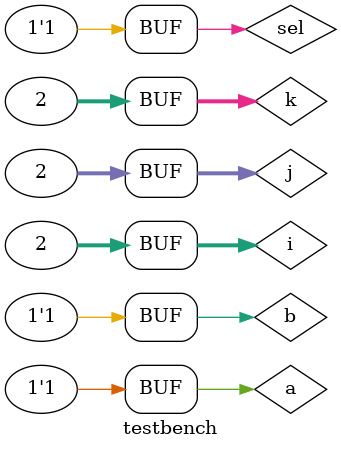
<source format=v>
module testbench();
  
  reg a;
  reg b;
  reg sel;
  wire y;
  
 integer i,j,k;
  
  //instantiate DUT
  mux_1bit mux1(a,b,sel,y);
  
  
  initial $monitor("a=%d, b=%d, sel=%d, y=%d",a,b,sel,y);

  initial begin 
    for (i=0;i<2;i++)  begin
      for (j=0;j<2;j++) begin
        for (k=0;k<2;k++) begin
          	#1 a=i;b=j;sel=k;
        end
      end
    end
  end
endmodule
        

</source>
